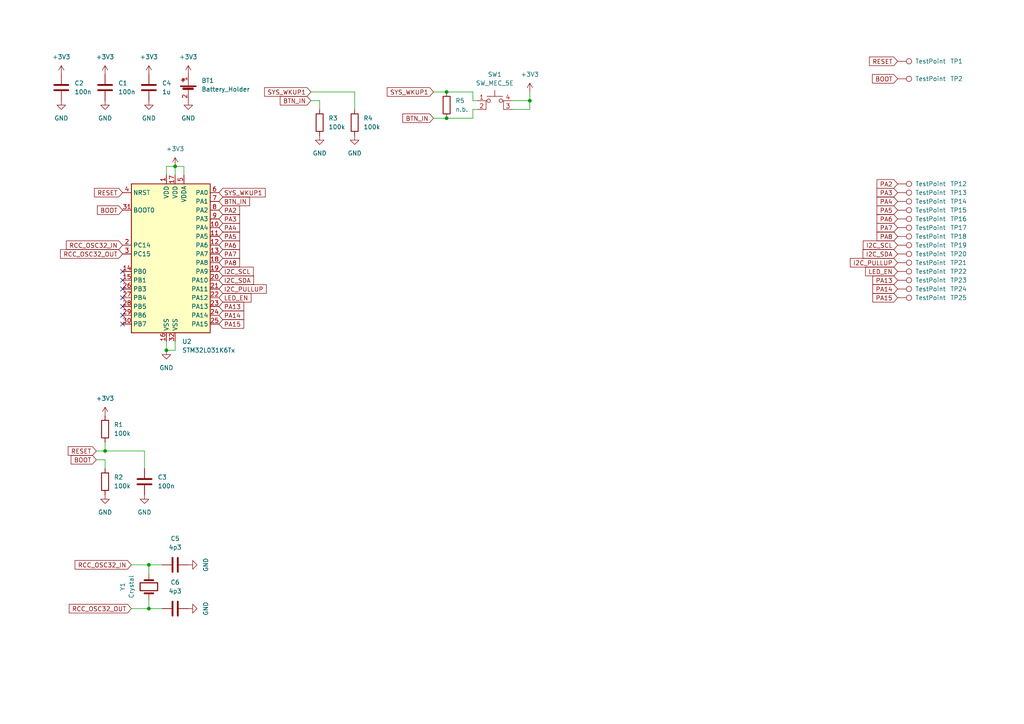
<source format=kicad_sch>
(kicad_sch (version 20211123) (generator eeschema)
  (paper "A4")
  (lib_symbols
    (symbol "Connector:TestPoint" (pin_numbers hide) (pin_names (offset 0.762) hide)
      (property "Reference" "TP" (at 0 6.858 0))
      (property "Value" "TestPoint" (at 0 5.08 0))
      (symbol "TestPoint_0_1"
        (circle (center 0 3.302) (radius 0.762))
      )
      (symbol "TestPoint_1_1"
        (pin passive line (at 0 0 90) (length 2.54) (name "1") (number "1"))
      )
    )
    (symbol "Device:C" (pin_numbers hide) (pin_names (offset 0.254))
      (property "Reference" "C" (at 0.635 2.54 0))
      (property "Value" "C" (at 0.635 -2.54 0))
      (symbol "C_0_1"
        (polyline (pts (xy -2.032 -0.762) (xy 2.032 -0.762)) (stroke (width 0.508)))
        (polyline (pts (xy -2.032 0.762) (xy 2.032 0.762)) (stroke (width 0.508)))
      )
      (symbol "C_1_1"
        (pin passive line (at 0 3.81 270) (length 2.794) (name "~") (number "1"))
        (pin passive line (at 0 -3.81 90) (length 2.794) (name "~") (number "2"))
      )
    )
    (symbol "Device:Crystal" (pin_numbers hide) (pin_names (offset 1.016) hide)
      (property "Reference" "Y" (at 0 3.81 0))
      (property "Value" "Crystal" (at 0 -3.81 0))
      (symbol "Crystal_0_1"
        (rectangle (start -1.143 2.54) (end 1.143 -2.54) (stroke (width 0.3048)))
        (polyline (pts (xy -2.54 0) (xy -1.905 0)))
        (polyline (pts (xy -1.905 -1.27) (xy -1.905 1.27)) (stroke (width 0.508)))
        (polyline (pts (xy 1.905 -1.27) (xy 1.905 1.27)) (stroke (width 0.508)))
        (polyline (pts (xy 2.54 0) (xy 1.905 0)))
      )
      (symbol "Crystal_1_1"
        (pin passive line (at -3.81 0 0) (length 1.27) (name "1") (number "1"))
        (pin passive line (at 3.81 0 180) (length 1.27) (name "2") (number "2"))
      )
    )
    (symbol "Device:R" (pin_numbers hide) (pin_names (offset 0))
      (property "Reference" "R" (at 2.032 0 90))
      (property "Value" "R" (at 0 0 90))
      (symbol "R_0_1"
        (rectangle (start -1.016 -2.54) (end 1.016 2.54) (stroke (width 0.254)))
      )
      (symbol "R_1_1"
        (pin passive line (at 0 3.81 270) (length 1.27) (name "~") (number "1"))
        (pin passive line (at 0 -3.81 90) (length 1.27) (name "~") (number "2"))
      )
    )
    (symbol "LED_PW_HW_Library:Battery_Holder" (pin_names (offset 0) hide)
      (property "Reference" "BT" (at 2.54 2.54 0))
      (property "Value" "Battery_Holder" (at 2.54 0 0))
      (symbol "Battery_Holder_0_1"
        (rectangle (start -2.286 1.778) (end 2.286 1.524) (fill (type outline)))
        (rectangle (start -1.5748 1.1938) (end 1.4732 0.6858) (fill (type outline)))
        (polyline (pts (xy -2.032 3.429) (xy -1.016 3.429)) (stroke (width 0.254)))
        (polyline (pts (xy -1.524 3.937) (xy -1.524 2.921)) (stroke (width 0.254)))
        (polyline (pts (xy 0 0.762) (xy 0 0)))
        (polyline (pts (xy 0 1.778) (xy 0 2.54)))
      )
      (symbol "Battery_Holder_1_1"
        (pin passive line (at 0 5.08 270) (length 2.54) (name "+") (number "1"))
        (pin passive line (at 0 -2.54 90) (length 2.54) (name "-") (number "2"))
      )
    )
    (symbol "MCU_ST_STM32L0:STM32L031K6Tx"
      (property "Reference" "U" (at -12.7 21.59 0))
      (property "Value" "STM32L031K6Tx" (at 5.08 21.59 0))
      (symbol "STM32L031K6Tx_0_1"
        (rectangle (start -12.7 -22.86) (end 10.16 20.32) (stroke (width 0.254)) (fill (type background)))
      )
      (symbol "STM32L031K6Tx_1_1"
        (pin power_in line (at -2.54 22.86 270) (length 2.54) (name "VDD") (number "1"))
        (pin bidirectional line (at 12.7 7.62 180) (length 2.54) (name "PA4") (number "10"))
        (pin bidirectional line (at 12.7 5.08 180) (length 2.54) (name "PA5") (number "11"))
        (pin bidirectional line (at 12.7 2.54 180) (length 2.54) (name "PA6") (number "12"))
        (pin bidirectional line (at 12.7 0 180) (length 2.54) (name "PA7") (number "13"))
        (pin bidirectional line (at -15.24 -5.08 0) (length 2.54) (name "PB0") (number "14"))
        (pin bidirectional line (at -15.24 -7.62 0) (length 2.54) (name "PB1") (number "15"))
        (pin power_in line (at -2.54 -25.4 90) (length 2.54) (name "VSS") (number "16"))
        (pin power_in line (at 0 22.86 270) (length 2.54) (name "VDD") (number "17"))
        (pin bidirectional line (at 12.7 -2.54 180) (length 2.54) (name "PA8") (number "18"))
        (pin bidirectional line (at 12.7 -5.08 180) (length 2.54) (name "PA9") (number "19"))
        (pin bidirectional line (at -15.24 2.54 0) (length 2.54) (name "PC14") (number "2"))
        (pin bidirectional line (at 12.7 -7.62 180) (length 2.54) (name "PA10") (number "20"))
        (pin bidirectional line (at 12.7 -10.16 180) (length 2.54) (name "PA11") (number "21"))
        (pin bidirectional line (at 12.7 -12.7 180) (length 2.54) (name "PA12") (number "22"))
        (pin bidirectional line (at 12.7 -15.24 180) (length 2.54) (name "PA13") (number "23"))
        (pin bidirectional line (at 12.7 -17.78 180) (length 2.54) (name "PA14") (number "24"))
        (pin bidirectional line (at 12.7 -20.32 180) (length 2.54) (name "PA15") (number "25"))
        (pin bidirectional line (at -15.24 -10.16 0) (length 2.54) (name "PB3") (number "26"))
        (pin bidirectional line (at -15.24 -12.7 0) (length 2.54) (name "PB4") (number "27"))
        (pin bidirectional line (at -15.24 -15.24 0) (length 2.54) (name "PB5") (number "28"))
        (pin bidirectional line (at -15.24 -17.78 0) (length 2.54) (name "PB6") (number "29"))
        (pin bidirectional line (at -15.24 0 0) (length 2.54) (name "PC15") (number "3"))
        (pin bidirectional line (at -15.24 -20.32 0) (length 2.54) (name "PB7") (number "30"))
        (pin input line (at -15.24 12.7 0) (length 2.54) (name "BOOT0") (number "31"))
        (pin power_in line (at 0 -25.4 90) (length 2.54) (name "VSS") (number "32"))
        (pin input line (at -15.24 17.78 0) (length 2.54) (name "NRST") (number "4"))
        (pin power_in line (at 2.54 22.86 270) (length 2.54) (name "VDDA") (number "5"))
        (pin bidirectional line (at 12.7 17.78 180) (length 2.54) (name "PA0") (number "6"))
        (pin bidirectional line (at 12.7 15.24 180) (length 2.54) (name "PA1") (number "7"))
        (pin bidirectional line (at 12.7 12.7 180) (length 2.54) (name "PA2") (number "8"))
        (pin bidirectional line (at 12.7 10.16 180) (length 2.54) (name "PA3") (number "9"))
      )
    )
    (symbol "Switch:SW_MEC_5E" (pin_names (offset 1.016) hide)
      (property "Reference" "SW" (at 0.635 5.715 0))
      (property "Value" "SW_MEC_5E" (at 0 -3.175 0))
      (symbol "SW_MEC_5E_0_1"
        (circle (center -1.778 2.54) (radius 0.508))
        (polyline (pts (xy -2.286 3.81) (xy 2.286 3.81)))
        (polyline (pts (xy 0 3.81) (xy 0 5.588)))
        (polyline (pts (xy -2.54 0) (xy -2.54 2.54) (xy -2.286 2.54)))
        (polyline (pts (xy 2.54 0) (xy 2.54 2.54) (xy 2.286 2.54)))
        (circle (center 1.778 2.54) (radius 0.508))
        (pin passive line (at -5.08 2.54 0) (length 2.54) (name "1") (number "1"))
        (pin passive line (at -5.08 0 0) (length 2.54) (name "2") (number "2"))
        (pin passive line (at 5.08 0 180) (length 2.54) (name "K") (number "3"))
        (pin passive line (at 5.08 2.54 180) (length 2.54) (name "A") (number "4"))
      )
    )
    (symbol "power:+3V3" (power) (pin_names (offset 0))
      (property "Value" "+3V3" (at 0 3.556 0))
      (symbol "+3V3_0_1"
        (polyline (pts (xy -0.762 1.27) (xy 0 2.54)))
        (polyline (pts (xy 0 0) (xy 0 2.54)))
        (polyline (pts (xy 0 2.54) (xy 0.762 1.27)))
      )
      (symbol "+3V3_1_1"
        (pin power_in line (at 0 0 90) (length 0) hide (name "+3V3") (number "1"))
      )
    )
    (symbol "power:GND" (power) (pin_names (offset 0))
      (property "Value" "GND" (at 0 -3.81 0))
      (symbol "GND_0_1"
        (polyline (pts (xy 0 0) (xy 0 -1.27) (xy 1.27 -1.27) (xy 0 -2.54) (xy -1.27 -1.27) (xy 0 -1.27)))
      )
      (symbol "GND_1_1"
        (pin power_in line (at 0 0 270) (length 0) hide (name "GND") (number "1"))
      )
    )
  )
  (junction (at 48.26 101.6))
  (junction (at 43.18 176.53))
  (junction (at 129.54 26.67))
  (junction (at 129.54 34.29))
  (junction (at 50.8 48.26))
  (junction (at 43.18 163.83))
  (junction (at 153.67 29.21))
  (junction (at 30.48 130.81))
  (no_connect (at 35.56 78.74))
  (no_connect (at 35.56 81.28))
  (no_connect (at 35.56 83.82))
  (no_connect (at 35.56 86.36))
  (no_connect (at 35.56 88.9))
  (no_connect (at 35.56 91.44))
  (no_connect (at 35.56 93.98))
  (wire (pts (xy 102.87 26.67) (xy 102.87 31.75)))
  (wire (pts (xy 129.54 34.29) (xy 137.16 34.29)))
  (wire (pts (xy 138.43 31.75) (xy 137.16 31.75)))
  (wire (pts (xy 137.16 29.21) (xy 137.16 26.67)))
  (wire (pts (xy 38.1 163.83) (xy 43.18 163.83)))
  (wire (pts (xy 48.26 101.6) (xy 50.8 101.6)))
  (wire (pts (xy 138.43 29.21) (xy 137.16 29.21)))
  (wire (pts (xy 50.8 48.26) (xy 50.8 50.8)))
  (wire (pts (xy 38.1 176.53) (xy 43.18 176.53)))
  (wire (pts (xy 27.94 130.81) (xy 30.48 130.81)))
  (wire (pts (xy 148.59 29.21) (xy 153.67 29.21)))
  (wire (pts (xy 43.18 166.37) (xy 43.18 163.83)))
  (wire (pts (xy 41.91 130.81) (xy 41.91 135.89)))
  (wire (pts (xy 43.18 176.53) (xy 46.99 176.53)))
  (wire (pts (xy 50.8 48.26) (xy 48.26 48.26)))
  (wire (pts (xy 90.17 26.67) (xy 102.87 26.67)))
  (wire (pts (xy 129.54 26.67) (xy 137.16 26.67)))
  (wire (pts (xy 50.8 101.6) (xy 50.8 99.06)))
  (wire (pts (xy 125.73 26.67) (xy 129.54 26.67)))
  (wire (pts (xy 53.34 48.26) (xy 50.8 48.26)))
  (wire (pts (xy 48.26 48.26) (xy 48.26 50.8)))
  (wire (pts (xy 153.67 29.21) (xy 153.67 26.67)))
  (wire (pts (xy 137.16 31.75) (xy 137.16 34.29)))
  (wire (pts (xy 125.73 34.29) (xy 129.54 34.29)))
  (wire (pts (xy 27.94 133.35) (xy 30.48 133.35)))
  (wire (pts (xy 43.18 173.99) (xy 43.18 176.53)))
  (wire (pts (xy 48.26 99.06) (xy 48.26 101.6)))
  (wire (pts (xy 43.18 163.83) (xy 46.99 163.83)))
  (wire (pts (xy 90.17 29.21) (xy 92.71 29.21)))
  (wire (pts (xy 92.71 29.21) (xy 92.71 31.75)))
  (wire (pts (xy 30.48 130.81) (xy 30.48 128.27)))
  (wire (pts (xy 153.67 31.75) (xy 153.67 29.21)))
  (wire (pts (xy 30.48 130.81) (xy 41.91 130.81)))
  (wire (pts (xy 30.48 133.35) (xy 30.48 135.89)))
  (wire (pts (xy 53.34 50.8) (xy 53.34 48.26)))
  (wire (pts (xy 148.59 31.75) (xy 153.67 31.75)))
  (global_label "SYS_WKUP1" (shape input) (at 125.73 26.67 180) (property "Intersheet References" "${INTERSHEET_REFS}" (effects hide)))
  (global_label "LED_EN" (shape input) (at 260.35 78.74 180) (property "Intersheet References" "${INTERSHEET_REFS}" (effects hide)))
  (global_label "PA14" (shape input) (at 260.35 83.82 180) (property "Intersheet References" "${INTERSHEET_REFS}" (effects hide)))
  (global_label "RCC_OSC32_OUT" (shape input) (at 35.56 73.66 180) (property "Intersheet References" "${INTERSHEET_REFS}" (effects hide)))
  (global_label "PA6" (shape input) (at 63.5 71.12 0) (property "Intersheet References" "${INTERSHEET_REFS}" (effects hide)))
  (global_label "LED_EN" (shape input) (at 63.5 86.36 0) (property "Intersheet References" "${INTERSHEET_REFS}" (effects hide)))
  (global_label "I2C_SCL" (shape input) (at 63.5 78.74 0) (property "Intersheet References" "${INTERSHEET_REFS}" (effects hide)))
  (global_label "RESET" (shape input) (at 35.56 55.88 180) (property "Intersheet References" "${INTERSHEET_REFS}" (effects hide)))
  (global_label "PA5" (shape input) (at 260.35 60.96 180) (property "Intersheet References" "${INTERSHEET_REFS}" (effects hide)))
  (global_label "PA14" (shape input) (at 63.5 91.44 0) (property "Intersheet References" "${INTERSHEET_REFS}" (effects hide)))
  (global_label "I2C_SCL" (shape input) (at 260.35 71.12 180) (property "Intersheet References" "${INTERSHEET_REFS}" (effects hide)))
  (global_label "PA3" (shape input) (at 260.35 55.88 180) (property "Intersheet References" "${INTERSHEET_REFS}" (effects hide)))
  (global_label "PA15" (shape input) (at 260.35 86.36 180) (property "Intersheet References" "${INTERSHEET_REFS}" (effects hide)))
  (global_label "I2C_SDA" (shape input) (at 63.5 81.28 0) (property "Intersheet References" "${INTERSHEET_REFS}" (effects hide)))
  (global_label "PA3" (shape input) (at 63.5 63.5 0) (property "Intersheet References" "${INTERSHEET_REFS}" (effects hide)))
  (global_label "PA8" (shape input) (at 63.5 76.2 0) (property "Intersheet References" "${INTERSHEET_REFS}" (effects hide)))
  (global_label "PA4" (shape input) (at 260.35 58.42 180) (property "Intersheet References" "${INTERSHEET_REFS}" (effects hide)))
  (global_label "I2C_SDA" (shape input) (at 260.35 73.66 180) (property "Intersheet References" "${INTERSHEET_REFS}" (effects hide)))
  (global_label "BOOT" (shape input) (at 27.94 133.35 180) (property "Intersheet References" "${INTERSHEET_REFS}" (effects hide)))
  (global_label "PA4" (shape input) (at 63.5 66.04 0) (property "Intersheet References" "${INTERSHEET_REFS}" (effects hide)))
  (global_label "RCC_OSC32_OUT" (shape input) (at 38.1 176.53 180) (property "Intersheet References" "${INTERSHEET_REFS}" (effects hide)))
  (global_label "SYS_WKUP1" (shape input) (at 63.5 55.88 0) (property "Intersheet References" "${INTERSHEET_REFS}" (effects hide)))
  (global_label "PA5" (shape input) (at 63.5 68.58 0) (property "Intersheet References" "${INTERSHEET_REFS}" (effects hide)))
  (global_label "PA7" (shape input) (at 63.5 73.66 0) (property "Intersheet References" "${INTERSHEET_REFS}" (effects hide)))
  (global_label "RCC_OSC32_IN" (shape input) (at 35.56 71.12 180) (property "Intersheet References" "${INTERSHEET_REFS}" (effects hide)))
  (global_label "PA13" (shape input) (at 260.35 81.28 180) (property "Intersheet References" "${INTERSHEET_REFS}" (effects hide)))
  (global_label "BOOT" (shape input) (at 260.35 22.86 180) (property "Intersheet References" "${INTERSHEET_REFS}" (effects hide)))
  (global_label "BTN_IN" (shape input) (at 63.5 58.42 0) (property "Intersheet References" "${INTERSHEET_REFS}" (effects hide)))
  (global_label "I2C_PULLUP" (shape input) (at 63.5 83.82 0) (property "Intersheet References" "${INTERSHEET_REFS}" (effects hide)))
  (global_label "BTN_IN" (shape input) (at 90.17 29.21 180) (property "Intersheet References" "${INTERSHEET_REFS}" (effects hide)))
  (global_label "SYS_WKUP1" (shape input) (at 90.17 26.67 180) (property "Intersheet References" "${INTERSHEET_REFS}" (effects hide)))
  (global_label "PA2" (shape input) (at 63.5 60.96 0) (property "Intersheet References" "${INTERSHEET_REFS}" (effects hide)))
  (global_label "PA2" (shape input) (at 260.35 53.34 180) (property "Intersheet References" "${INTERSHEET_REFS}" (effects hide)))
  (global_label "PA6" (shape input) (at 260.35 63.5 180) (property "Intersheet References" "${INTERSHEET_REFS}" (effects hide)))
  (global_label "BOOT" (shape input) (at 35.56 60.96 180) (property "Intersheet References" "${INTERSHEET_REFS}" (effects hide)))
  (global_label "PA7" (shape input) (at 260.35 66.04 180) (property "Intersheet References" "${INTERSHEET_REFS}" (effects hide)))
  (global_label "I2C_PULLUP" (shape input) (at 260.35 76.2 180) (property "Intersheet References" "${INTERSHEET_REFS}" (effects hide)))
  (global_label "PA15" (shape input) (at 63.5 93.98 0) (property "Intersheet References" "${INTERSHEET_REFS}" (effects hide)))
  (global_label "PA8" (shape input) (at 260.35 68.58 180) (property "Intersheet References" "${INTERSHEET_REFS}" (effects hide)))
  (global_label "BTN_IN" (shape input) (at 125.73 34.29 180) (property "Intersheet References" "${INTERSHEET_REFS}" (effects hide)))
  (global_label "RCC_OSC32_IN" (shape input) (at 38.1 163.83 180) (property "Intersheet References" "${INTERSHEET_REFS}" (effects hide)))
  (global_label "RESET" (shape input) (at 27.94 130.81 180) (property "Intersheet References" "${INTERSHEET_REFS}" (effects hide)))
  (global_label "PA13" (shape input) (at 63.5 88.9 0) (property "Intersheet References" "${INTERSHEET_REFS}" (effects hide)))
  (global_label "RESET" (shape input) (at 260.35 17.78 180) (property "Intersheet References" "${INTERSHEET_REFS}" (effects hide)))
  (symbol (lib_id "Connector:TestPoint") (at 260.35 22.86 270) (unit 1)
    (property "Reference" "TP2" (at 275.59 22.86 90) (effects (justify left)))
    (property "Value" "TestPoint" (at 265.43 22.86 90) (effects (justify left)))
    (property "Footprint" "TestPoint:TestPoint_Pad_D1.5mm" (effects hide))
  )
  (symbol (lib_id "Connector:TestPoint") (at 260.35 17.78 270) (unit 1)
    (property "Reference" "TP1" (at 275.59 17.78 90) (effects (justify left)))
    (property "Value" "TestPoint" (at 265.43 17.78 90) (effects (justify left)))
    (property "Footprint" "TestPoint:TestPoint_Pad_D1.5mm" (effects hide))
  )
  (symbol (lib_id "Connector:TestPoint") (at 260.35 81.28 270) (unit 1)
    (property "Reference" "TP23" (at 275.59 81.28 90) (effects (justify left)))
    (property "Value" "TestPoint" (at 265.43 81.28 90) (effects (justify left)))
    (property "Footprint" "TestPoint:TestPoint_Pad_D1.5mm" (effects hide))
  )
  (symbol (lib_id "power:+3V3") (at 153.67 26.67 0) (unit 1)
    (property "Reference" "#PWR0107" (effects hide))
    (property "Value" "+3V3" (at 153.67 21.59 0))
  )
  (symbol (lib_id "Connector:TestPoint") (at 260.35 63.5 270) (unit 1)
    (property "Reference" "TP16" (at 275.59 63.5 90) (effects (justify left)))
    (property "Value" "TestPoint" (at 265.43 63.5 90) (effects (justify left)))
    (property "Footprint" "TestPoint:TestPoint_Pad_D1.5mm" (effects hide))
  )
  (symbol (lib_id "Device:R") (at 30.48 124.46 0) (unit 1)
    (property "Reference" "R1" (at 33.02 123.1899 0) (effects (justify left)))
    (property "Value" "100k" (at 33.02 125.7299 0) (effects (justify left)))
    (property "Footprint" "Resistor_SMD:R_0603_1608Metric_Pad0.98x0.95mm_HandSolder" (effects hide))
  )
  (symbol (lib_id "Connector:TestPoint") (at 260.35 71.12 270) (unit 1)
    (property "Reference" "TP19" (at 275.59 71.12 90) (effects (justify left)))
    (property "Value" "TestPoint" (at 265.43 71.12 90) (effects (justify left)))
    (property "Footprint" "TestPoint:TestPoint_Pad_D1.5mm" (effects hide))
  )
  (symbol (lib_id "Device:C") (at 17.78 25.4 0) (unit 1)
    (property "Reference" "C2" (at 21.59 24.1299 0) (effects (justify left)))
    (property "Value" "100n" (at 21.59 26.6699 0) (effects (justify left)))
    (property "Footprint" "Capacitor_SMD:C_0603_1608Metric_Pad1.08x0.95mm_HandSolder" (effects hide))
  )
  (symbol (lib_id "Connector:TestPoint") (at 260.35 53.34 270) (unit 1)
    (property "Reference" "TP12" (at 275.59 53.34 90) (effects (justify left)))
    (property "Value" "TestPoint" (at 265.43 53.34 90) (effects (justify left)))
    (property "Footprint" "TestPoint:TestPoint_Pad_D1.5mm" (effects hide))
  )
  (symbol (lib_id "power:GND") (at 41.91 143.51 0) (unit 1)
    (property "Reference" "#PWR0112" (effects hide))
    (property "Value" "GND" (at 41.91 148.59 0))
  )
  (symbol (lib_id "power:GND") (at 30.48 29.21 0) (unit 1)
    (property "Reference" "#PWR0118" (effects hide))
    (property "Value" "GND" (at 30.48 34.29 0))
  )
  (symbol (lib_id "power:GND") (at 30.48 143.51 0) (unit 1)
    (property "Reference" "#PWR0113" (effects hide))
    (property "Value" "GND" (at 30.48 148.59 0))
  )
  (symbol (lib_id "Connector:TestPoint") (at 260.35 58.42 270) (unit 1)
    (property "Reference" "TP14" (at 275.59 58.42 90) (effects (justify left)))
    (property "Value" "TestPoint" (at 265.43 58.42 90) (effects (justify left)))
    (property "Footprint" "TestPoint:TestPoint_Pad_D1.5mm" (effects hide))
  )
  (symbol (lib_id "Device:C") (at 30.48 25.4 0) (unit 1)
    (property "Reference" "C1" (at 34.29 24.1299 0) (effects (justify left)))
    (property "Value" "100n" (at 34.29 26.6699 0) (effects (justify left)))
    (property "Footprint" "Capacitor_SMD:C_0603_1608Metric_Pad1.08x0.95mm_HandSolder" (effects hide))
  )
  (symbol (lib_id "Device:Crystal") (at 43.18 170.18 90) (unit 1)
    (property "Reference" "Y1" (at 35.56 170.18 0))
    (property "Value" "Crystal" (at 38.1 170.18 0))
  )
  (symbol (lib_id "Connector:TestPoint") (at 260.35 78.74 270) (unit 1)
    (property "Reference" "TP22" (at 275.59 78.74 90) (effects (justify left)))
    (property "Value" "TestPoint" (at 265.43 78.74 90) (effects (justify left)))
    (property "Footprint" "TestPoint:TestPoint_Pad_D1.5mm" (effects hide))
  )
  (symbol (lib_id "Connector:TestPoint") (at 260.35 73.66 270) (unit 1)
    (property "Reference" "TP20" (at 275.59 73.66 90) (effects (justify left)))
    (property "Value" "TestPoint" (at 265.43 73.66 90) (effects (justify left)))
    (property "Footprint" "TestPoint:TestPoint_Pad_D1.5mm" (effects hide))
  )
  (symbol (lib_id "Connector:TestPoint") (at 260.35 68.58 270) (unit 1)
    (property "Reference" "TP18" (at 275.59 68.58 90) (effects (justify left)))
    (property "Value" "TestPoint" (at 265.43 68.58 90) (effects (justify left)))
    (property "Footprint" "TestPoint:TestPoint_Pad_D1.5mm" (effects hide))
  )
  (symbol (lib_id "power:+3V3") (at 50.8 48.26 0) (unit 1)
    (property "Reference" "#PWR0102" (effects hide))
    (property "Value" "+3V3" (at 50.8 43.18 0))
  )
  (symbol (lib_id "MCU_ST_STM32L0:STM32L031K6Tx") (at 50.8 73.66 0) (unit 1)
    (property "Reference" "U2" (at 52.8194 99.06 0) (effects (justify left)))
    (property "Value" "STM32L031K6Tx" (at 52.8194 101.6 0) (effects (justify left)))
    (property "Footprint" "Package_QFP:LQFP-32_7x7mm_P0.8mm" (effects hide))
    (property "Datasheet" "http://www.st.com/st-web-ui/static/active/en/resource/technical/document/datasheet/DM00140359.pdf" (effects hide))
  )
  (symbol (lib_id "power:GND") (at 17.78 29.21 0) (unit 1)
    (property "Reference" "#PWR0120" (effects hide))
    (property "Value" "GND" (at 17.78 34.29 0))
  )
  (symbol (lib_id "Connector:TestPoint") (at 260.35 55.88 270) (unit 1)
    (property "Reference" "TP13" (at 275.59 55.88 90) (effects (justify left)))
    (property "Value" "TestPoint" (at 265.43 55.88 90) (effects (justify left)))
    (property "Footprint" "TestPoint:TestPoint_Pad_D1.5mm" (effects hide))
  )
  (symbol (lib_id "Connector:TestPoint") (at 260.35 60.96 270) (unit 1)
    (property "Reference" "TP15" (at 275.59 60.96 90) (effects (justify left)))
    (property "Value" "TestPoint" (at 265.43 60.96 90) (effects (justify left)))
    (property "Footprint" "TestPoint:TestPoint_Pad_D1.5mm" (effects hide))
  )
  (symbol (lib_id "Device:C") (at 50.8 163.83 90) (unit 1)
    (property "Reference" "C5" (at 50.8 156.21 90))
    (property "Value" "4p3" (at 50.8 158.75 90))
    (property "Footprint" "Capacitor_SMD:C_0402_1005Metric_Pad0.74x0.62mm_HandSolder" (effects hide))
  )
  (symbol (lib_id "power:+3V3") (at 17.78 21.59 0) (unit 1)
    (property "Reference" "#PWR0121" (effects hide))
    (property "Value" "+3V3" (at 17.78 16.51 0))
  )
  (symbol (lib_id "power:GND") (at 54.61 176.53 90) (unit 1)
    (property "Reference" "#PWR0114" (effects hide))
    (property "Value" "GND" (at 59.69 176.53 0))
  )
  (symbol (lib_id "Device:R") (at 30.48 139.7 0) (unit 1)
    (property "Reference" "R2" (at 33.02 138.4299 0) (effects (justify left)))
    (property "Value" "100k" (at 33.02 140.9699 0) (effects (justify left)))
    (property "Footprint" "Resistor_SMD:R_0603_1608Metric_Pad0.98x0.95mm_HandSolder" (effects hide))
  )
  (symbol (lib_id "Device:R") (at 129.54 30.48 0) (unit 1)
    (property "Reference" "R5" (at 132.08 29.2099 0) (effects (justify left)))
    (property "Value" "n.b." (at 132.08 31.7499 0) (effects (justify left)))
    (property "Footprint" "Resistor_SMD:R_0603_1608Metric_Pad0.98x0.95mm_HandSolder" (effects hide))
  )
  (symbol (lib_id "power:+3V3") (at 30.48 120.65 0) (unit 1)
    (property "Reference" "#PWR0111" (effects hide))
    (property "Value" "+3V3" (at 30.48 115.57 0))
  )
  (symbol (lib_id "power:GND") (at 54.61 29.21 0) (unit 1)
    (property "Reference" "#PWR0103" (effects hide))
    (property "Value" "GND" (at 54.61 34.29 0))
  )
  (symbol (lib_id "Connector:TestPoint") (at 260.35 83.82 270) (unit 1)
    (property "Reference" "TP24" (at 275.59 83.82 90) (effects (justify left)))
    (property "Value" "TestPoint" (at 265.43 83.82 90) (effects (justify left)))
    (property "Footprint" "TestPoint:TestPoint_Pad_D1.5mm" (effects hide))
  )
  (symbol (lib_id "Device:C") (at 43.18 25.4 0) (unit 1)
    (property "Reference" "C4" (at 46.99 24.1299 0) (effects (justify left)))
    (property "Value" "1u" (at 46.99 26.6699 0) (effects (justify left)))
    (property "Footprint" "Capacitor_SMD:C_0603_1608Metric_Pad1.08x0.95mm_HandSolder" (effects hide))
  )
  (symbol (lib_id "Connector:TestPoint") (at 260.35 86.36 270) (unit 1)
    (property "Reference" "TP25" (at 275.59 86.36 90) (effects (justify left)))
    (property "Value" "TestPoint" (at 265.43 86.36 90) (effects (justify left)))
    (property "Footprint" "TestPoint:TestPoint_Pad_D1.5mm" (effects hide))
  )
  (symbol (lib_id "power:+3V3") (at 30.48 21.59 0) (unit 1)
    (property "Reference" "#PWR0119" (effects hide))
    (property "Value" "+3V3" (at 30.48 16.51 0))
  )
  (symbol (lib_id "power:GND") (at 54.61 163.83 90) (unit 1)
    (property "Reference" "#PWR0115" (effects hide))
    (property "Value" "GND" (at 59.69 163.83 0))
  )
  (symbol (lib_id "power:GND") (at 102.87 39.37 0) (unit 1)
    (property "Reference" "#PWR0108" (effects hide))
    (property "Value" "GND" (at 102.87 44.45 0))
  )
  (symbol (lib_id "Device:R") (at 92.71 35.56 0) (unit 1)
    (property "Reference" "R3" (at 95.25 34.2899 0) (effects (justify left)))
    (property "Value" "100k" (at 95.25 36.8299 0) (effects (justify left)))
    (property "Footprint" "Resistor_SMD:R_0603_1608Metric_Pad0.98x0.95mm_HandSolder" (effects hide))
  )
  (symbol (lib_id "Switch:SW_MEC_5E") (at 143.51 31.75 0) (unit 1)
    (property "Reference" "SW1" (at 143.51 21.59 0))
    (property "Value" "SW_MEC_5E" (at 143.51 24.13 0))
    (property "Datasheet" "http://www.apem.com/int/index.php?controller=attachment&id_attachment=1371" (effects hide))
  )
  (symbol (lib_id "Connector:TestPoint") (at 260.35 76.2 270) (unit 1)
    (property "Reference" "TP21" (at 275.59 76.2 90) (effects (justify left)))
    (property "Value" "TestPoint" (at 265.43 76.2 90) (effects (justify left)))
    (property "Footprint" "TestPoint:TestPoint_Pad_D1.5mm" (effects hide))
  )
  (symbol (lib_id "power:GND") (at 92.71 39.37 0) (unit 1)
    (property "Reference" "#PWR0106" (effects hide))
    (property "Value" "GND" (at 92.71 44.45 0))
  )
  (symbol (lib_id "Device:R") (at 102.87 35.56 0) (unit 1)
    (property "Reference" "R4" (at 105.41 34.2899 0) (effects (justify left)))
    (property "Value" "100k" (at 105.41 36.8299 0) (effects (justify left)))
    (property "Footprint" "Resistor_SMD:R_0603_1608Metric_Pad0.98x0.95mm_HandSolder" (effects hide))
  )
  (symbol (lib_id "Device:C") (at 41.91 139.7 0) (unit 1)
    (property "Reference" "C3" (at 45.72 138.4299 0) (effects (justify left)))
    (property "Value" "100n" (at 45.72 140.9699 0) (effects (justify left)))
    (property "Footprint" "Capacitor_SMD:C_0603_1608Metric_Pad1.08x0.95mm_HandSolder" (effects hide))
  )
  (symbol (lib_id "Connector:TestPoint") (at 260.35 66.04 270) (unit 1)
    (property "Reference" "TP17" (at 275.59 66.04 90) (effects (justify left)))
    (property "Value" "TestPoint" (at 265.43 66.04 90) (effects (justify left)))
    (property "Footprint" "TestPoint:TestPoint_Pad_D1.5mm" (effects hide))
  )
  (symbol (lib_id "Device:C") (at 50.8 176.53 90) (unit 1)
    (property "Reference" "C6" (at 50.8 168.91 90))
    (property "Value" "4p3" (at 50.8 171.45 90))
    (property "Footprint" "Capacitor_SMD:C_0402_1005Metric_Pad0.74x0.62mm_HandSolder" (effects hide))
  )
  (symbol (lib_id "power:GND") (at 48.26 101.6 0) (unit 1)
    (property "Reference" "#PWR0105" (effects hide))
    (property "Value" "GND" (at 48.26 106.68 0))
  )
  (symbol (lib_id "power:GND") (at 43.18 29.21 0) (unit 1)
    (property "Reference" "#PWR0116" (effects hide))
    (property "Value" "GND" (at 43.18 34.29 0))
  )
  (symbol (lib_id "LED_PW_HW_Library:Battery_Holder") (at 54.61 26.67 0) (unit 1)
    (property "Reference" "BT1" (at 58.42 23.3679 0) (effects (justify left)))
    (property "Value" "Battery_Holder" (at 58.42 25.9079 0) (effects (justify left)))
    (property "Footprint" "LED_PW_HW_Library:SMTU2032-LF" (effects hide))
  )
  (symbol (lib_id "power:+3V3") (at 43.18 21.59 0) (unit 1)
    (property "Reference" "#PWR0117" (effects hide))
    (property "Value" "+3V3" (at 43.18 16.51 0))
  )
  (symbol (lib_id "power:+3V3") (at 54.61 21.59 0) (unit 1)
    (property "Reference" "#PWR0104" (effects hide))
    (property "Value" "+3V3" (at 54.61 16.51 0))
  )
)
</source>
